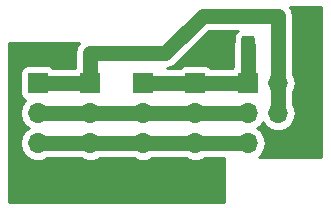
<source format=gbr>
G04 #@! TF.GenerationSoftware,KiCad,Pcbnew,5.0.2+dfsg1-1*
G04 #@! TF.CreationDate,2020-07-17T18:23:56-07:00*
G04 #@! TF.ProjectId,mawile,6d617769-6c65-42e6-9b69-6361645f7063,rev?*
G04 #@! TF.SameCoordinates,PX4c4db10PY99746c8*
G04 #@! TF.FileFunction,Copper,L1,Top*
G04 #@! TF.FilePolarity,Positive*
%FSLAX46Y46*%
G04 Gerber Fmt 4.6, Leading zero omitted, Abs format (unit mm)*
G04 Created by KiCad (PCBNEW 5.0.2+dfsg1-1) date Fri 17 Jul 2020 06:23:56 PM PDT*
%MOMM*%
%LPD*%
G01*
G04 APERTURE LIST*
G04 #@! TA.AperFunction,Conductor*
%ADD10C,0.100000*%
G04 #@! TD*
G04 #@! TA.AperFunction,SMDPad,CuDef*
%ADD11C,1.150000*%
G04 #@! TD*
G04 #@! TA.AperFunction,ComponentPad*
%ADD12R,1.700000X1.700000*%
G04 #@! TD*
G04 #@! TA.AperFunction,ComponentPad*
%ADD13O,1.700000X1.700000*%
G04 #@! TD*
G04 #@! TA.AperFunction,ViaPad*
%ADD14C,0.900000*%
G04 #@! TD*
G04 #@! TA.AperFunction,ViaPad*
%ADD15C,0.600000*%
G04 #@! TD*
G04 #@! TA.AperFunction,ViaPad*
%ADD16C,1.600000*%
G04 #@! TD*
G04 #@! TA.AperFunction,Conductor*
%ADD17C,1.270000*%
G04 #@! TD*
G04 #@! TA.AperFunction,Conductor*
%ADD18C,0.254000*%
G04 #@! TD*
G04 APERTURE END LIST*
D10*
G04 #@! TO.N,GNDD*
G04 #@! TO.C,C1*
G36*
X18628910Y14160798D02*
X18653135Y14157205D01*
X18676891Y14151254D01*
X18699949Y14143004D01*
X18722087Y14132533D01*
X18743093Y14119943D01*
X18762763Y14105355D01*
X18780908Y14088908D01*
X18797355Y14070763D01*
X18811943Y14051093D01*
X18824533Y14030087D01*
X18835004Y14007949D01*
X18843254Y13984891D01*
X18849205Y13961135D01*
X18852798Y13936910D01*
X18854000Y13912450D01*
X18854000Y13011550D01*
X18852798Y12987090D01*
X18849205Y12962865D01*
X18843254Y12939109D01*
X18835004Y12916051D01*
X18824533Y12893913D01*
X18811943Y12872907D01*
X18797355Y12853237D01*
X18780908Y12835092D01*
X18762763Y12818645D01*
X18743093Y12804057D01*
X18722087Y12791467D01*
X18699949Y12780996D01*
X18676891Y12772746D01*
X18653135Y12766795D01*
X18628910Y12763202D01*
X18604450Y12762000D01*
X17953550Y12762000D01*
X17929090Y12763202D01*
X17904865Y12766795D01*
X17881109Y12772746D01*
X17858051Y12780996D01*
X17835913Y12791467D01*
X17814907Y12804057D01*
X17795237Y12818645D01*
X17777092Y12835092D01*
X17760645Y12853237D01*
X17746057Y12872907D01*
X17733467Y12893913D01*
X17722996Y12916051D01*
X17714746Y12939109D01*
X17708795Y12962865D01*
X17705202Y12987090D01*
X17704000Y13011550D01*
X17704000Y13912450D01*
X17705202Y13936910D01*
X17708795Y13961135D01*
X17714746Y13984891D01*
X17722996Y14007949D01*
X17733467Y14030087D01*
X17746057Y14051093D01*
X17760645Y14070763D01*
X17777092Y14088908D01*
X17795237Y14105355D01*
X17814907Y14119943D01*
X17835913Y14132533D01*
X17858051Y14143004D01*
X17881109Y14151254D01*
X17904865Y14157205D01*
X17929090Y14160798D01*
X17953550Y14162000D01*
X18604450Y14162000D01*
X18628910Y14160798D01*
X18628910Y14160798D01*
G37*
D11*
G04 #@! TD*
G04 #@! TO.P,C1,2*
G04 #@! TO.N,GNDD*
X18279000Y13462000D03*
D10*
G04 #@! TO.N,+3V3*
G04 #@! TO.C,C1*
G36*
X20678505Y14160796D02*
X20702773Y14157196D01*
X20726572Y14151235D01*
X20749671Y14142970D01*
X20771850Y14132480D01*
X20792893Y14119868D01*
X20812599Y14105253D01*
X20830777Y14088777D01*
X20847253Y14070599D01*
X20861868Y14050893D01*
X20874480Y14029850D01*
X20884970Y14007671D01*
X20893235Y13984572D01*
X20899196Y13960773D01*
X20902796Y13936505D01*
X20904000Y13912001D01*
X20904000Y13011999D01*
X20902796Y12987495D01*
X20899196Y12963227D01*
X20893235Y12939428D01*
X20884970Y12916329D01*
X20874480Y12894150D01*
X20861868Y12873107D01*
X20847253Y12853401D01*
X20830777Y12835223D01*
X20812599Y12818747D01*
X20792893Y12804132D01*
X20771850Y12791520D01*
X20749671Y12781030D01*
X20726572Y12772765D01*
X20702773Y12766804D01*
X20678505Y12763204D01*
X20654001Y12762000D01*
X20003999Y12762000D01*
X19979495Y12763204D01*
X19955227Y12766804D01*
X19931428Y12772765D01*
X19908329Y12781030D01*
X19886150Y12791520D01*
X19865107Y12804132D01*
X19845401Y12818747D01*
X19827223Y12835223D01*
X19810747Y12853401D01*
X19796132Y12873107D01*
X19783520Y12894150D01*
X19773030Y12916329D01*
X19764765Y12939428D01*
X19758804Y12963227D01*
X19755204Y12987495D01*
X19754000Y13011999D01*
X19754000Y13912001D01*
X19755204Y13936505D01*
X19758804Y13960773D01*
X19764765Y13984572D01*
X19773030Y14007671D01*
X19783520Y14029850D01*
X19796132Y14050893D01*
X19810747Y14070599D01*
X19827223Y14088777D01*
X19845401Y14105253D01*
X19865107Y14119868D01*
X19886150Y14132480D01*
X19908329Y14142970D01*
X19931428Y14151235D01*
X19955227Y14157196D01*
X19979495Y14160796D01*
X20003999Y14162000D01*
X20654001Y14162000D01*
X20678505Y14160796D01*
X20678505Y14160796D01*
G37*
D11*
G04 #@! TD*
G04 #@! TO.P,C1,1*
G04 #@! TO.N,+3V3*
X20329000Y13462000D03*
D10*
G04 #@! TO.N,+5V*
G04 #@! TO.C,C2*
G36*
X23200505Y14160796D02*
X23224773Y14157196D01*
X23248572Y14151235D01*
X23271671Y14142970D01*
X23293850Y14132480D01*
X23314893Y14119868D01*
X23334599Y14105253D01*
X23352777Y14088777D01*
X23369253Y14070599D01*
X23383868Y14050893D01*
X23396480Y14029850D01*
X23406970Y14007671D01*
X23415235Y13984572D01*
X23421196Y13960773D01*
X23424796Y13936505D01*
X23426000Y13912001D01*
X23426000Y13011999D01*
X23424796Y12987495D01*
X23421196Y12963227D01*
X23415235Y12939428D01*
X23406970Y12916329D01*
X23396480Y12894150D01*
X23383868Y12873107D01*
X23369253Y12853401D01*
X23352777Y12835223D01*
X23334599Y12818747D01*
X23314893Y12804132D01*
X23293850Y12791520D01*
X23271671Y12781030D01*
X23248572Y12772765D01*
X23224773Y12766804D01*
X23200505Y12763204D01*
X23176001Y12762000D01*
X22525999Y12762000D01*
X22501495Y12763204D01*
X22477227Y12766804D01*
X22453428Y12772765D01*
X22430329Y12781030D01*
X22408150Y12791520D01*
X22387107Y12804132D01*
X22367401Y12818747D01*
X22349223Y12835223D01*
X22332747Y12853401D01*
X22318132Y12873107D01*
X22305520Y12894150D01*
X22295030Y12916329D01*
X22286765Y12939428D01*
X22280804Y12963227D01*
X22277204Y12987495D01*
X22276000Y13011999D01*
X22276000Y13912001D01*
X22277204Y13936505D01*
X22280804Y13960773D01*
X22286765Y13984572D01*
X22295030Y14007671D01*
X22305520Y14029850D01*
X22318132Y14050893D01*
X22332747Y14070599D01*
X22349223Y14088777D01*
X22367401Y14105253D01*
X22387107Y14119868D01*
X22408150Y14132480D01*
X22430329Y14142970D01*
X22453428Y14151235D01*
X22477227Y14157196D01*
X22501495Y14160796D01*
X22525999Y14162000D01*
X23176001Y14162000D01*
X23200505Y14160796D01*
X23200505Y14160796D01*
G37*
D11*
G04 #@! TD*
G04 #@! TO.P,C2,1*
G04 #@! TO.N,+5V*
X22851000Y13462000D03*
D10*
G04 #@! TO.N,GNDD*
G04 #@! TO.C,C2*
G36*
X25250910Y14160798D02*
X25275135Y14157205D01*
X25298891Y14151254D01*
X25321949Y14143004D01*
X25344087Y14132533D01*
X25365093Y14119943D01*
X25384763Y14105355D01*
X25402908Y14088908D01*
X25419355Y14070763D01*
X25433943Y14051093D01*
X25446533Y14030087D01*
X25457004Y14007949D01*
X25465254Y13984891D01*
X25471205Y13961135D01*
X25474798Y13936910D01*
X25476000Y13912450D01*
X25476000Y13011550D01*
X25474798Y12987090D01*
X25471205Y12962865D01*
X25465254Y12939109D01*
X25457004Y12916051D01*
X25446533Y12893913D01*
X25433943Y12872907D01*
X25419355Y12853237D01*
X25402908Y12835092D01*
X25384763Y12818645D01*
X25365093Y12804057D01*
X25344087Y12791467D01*
X25321949Y12780996D01*
X25298891Y12772746D01*
X25275135Y12766795D01*
X25250910Y12763202D01*
X25226450Y12762000D01*
X24575550Y12762000D01*
X24551090Y12763202D01*
X24526865Y12766795D01*
X24503109Y12772746D01*
X24480051Y12780996D01*
X24457913Y12791467D01*
X24436907Y12804057D01*
X24417237Y12818645D01*
X24399092Y12835092D01*
X24382645Y12853237D01*
X24368057Y12872907D01*
X24355467Y12893913D01*
X24344996Y12916051D01*
X24336746Y12939109D01*
X24330795Y12962865D01*
X24327202Y12987090D01*
X24326000Y13011550D01*
X24326000Y13912450D01*
X24327202Y13936910D01*
X24330795Y13961135D01*
X24336746Y13984891D01*
X24344996Y14007949D01*
X24355467Y14030087D01*
X24368057Y14051093D01*
X24382645Y14070763D01*
X24399092Y14088908D01*
X24417237Y14105355D01*
X24436907Y14119943D01*
X24457913Y14132533D01*
X24480051Y14143004D01*
X24503109Y14151254D01*
X24526865Y14157205D01*
X24551090Y14160798D01*
X24575550Y14162000D01*
X25226450Y14162000D01*
X25250910Y14160798D01*
X25250910Y14160798D01*
G37*
D11*
G04 #@! TD*
G04 #@! TO.P,C2,2*
G04 #@! TO.N,GNDD*
X24901000Y13462000D03*
D12*
G04 #@! TO.P,J1,1*
G04 #@! TO.N,+3V3*
X20320000Y10160000D03*
D13*
G04 #@! TO.P,J1,2*
G04 #@! TO.N,+5V*
X22860000Y10160000D03*
G04 #@! TO.P,J1,3*
G04 #@! TO.N,/SDA_Pi*
X20320000Y7620000D03*
G04 #@! TO.P,J1,4*
G04 #@! TO.N,+5V*
X22860000Y7620000D03*
G04 #@! TO.P,J1,5*
G04 #@! TO.N,/SCL_Pi*
X20320000Y5080000D03*
G04 #@! TO.P,J1,6*
G04 #@! TO.N,GNDD*
X22860000Y5080000D03*
G04 #@! TD*
D12*
G04 #@! TO.P,J2,1*
G04 #@! TO.N,+3V3*
X15875000Y10160000D03*
D13*
G04 #@! TO.P,J2,2*
G04 #@! TO.N,/SDA_Pi*
X15875000Y7620000D03*
G04 #@! TO.P,J2,3*
G04 #@! TO.N,/SCL_Pi*
X15875000Y5080000D03*
G04 #@! TO.P,J2,4*
G04 #@! TO.N,GNDD*
X15875000Y2540000D03*
G04 #@! TD*
G04 #@! TO.P,J3,4*
G04 #@! TO.N,GNDD*
X11430000Y2540000D03*
G04 #@! TO.P,J3,3*
G04 #@! TO.N,/SCL_Pi*
X11430000Y5080000D03*
G04 #@! TO.P,J3,2*
G04 #@! TO.N,/SDA_Pi*
X11430000Y7620000D03*
D12*
G04 #@! TO.P,J3,1*
G04 #@! TO.N,+3V3*
X11430000Y10160000D03*
G04 #@! TD*
G04 #@! TO.P,J4,1*
G04 #@! TO.N,+5V*
X6985000Y10160000D03*
D13*
G04 #@! TO.P,J4,2*
G04 #@! TO.N,/SDA_Pi*
X6985000Y7620000D03*
G04 #@! TO.P,J4,3*
G04 #@! TO.N,/SCL_Pi*
X6985000Y5080000D03*
G04 #@! TO.P,J4,4*
G04 #@! TO.N,GNDD*
X6985000Y2540000D03*
G04 #@! TD*
G04 #@! TO.P,J5,4*
G04 #@! TO.N,GNDD*
X2540000Y2540000D03*
G04 #@! TO.P,J5,3*
G04 #@! TO.N,/SCL_Pi*
X2540000Y5080000D03*
G04 #@! TO.P,J5,2*
G04 #@! TO.N,/SDA_Pi*
X2540000Y7620000D03*
D12*
G04 #@! TO.P,J5,1*
G04 #@! TO.N,+5V*
X2540000Y10160000D03*
G04 #@! TD*
D14*
G04 #@! TO.N,GNDD*
X25654000Y7620000D03*
D15*
X25654000Y10160000D03*
D16*
X25654000Y5080000D03*
D15*
X18279000Y13462000D03*
X25654000Y13462000D03*
X1270000Y12700000D03*
G04 #@! TD*
D17*
G04 #@! TO.N,+3V3*
X20320000Y10160000D02*
X15875000Y10160000D01*
X11430000Y10160000D02*
X15875000Y10160000D01*
X20320000Y10160000D02*
X20320000Y13335000D01*
G04 #@! TO.N,+5V*
X22860000Y7620000D02*
X22860000Y10160000D01*
X6985000Y10160000D02*
X2540000Y10160000D01*
X6985000Y12700000D02*
X6985000Y10160000D01*
X13335000Y12700000D02*
X6985000Y12700000D01*
X22860000Y10160000D02*
X22860000Y15875000D01*
X16510000Y15875000D02*
X13335000Y12700000D01*
X22860000Y15875000D02*
X16510000Y15875000D01*
G04 #@! TO.N,/SDA_Pi*
X20320000Y7620000D02*
X15875000Y7620000D01*
X15875000Y7620000D02*
X6985000Y7620000D01*
X6985000Y7620000D02*
X2540000Y7620000D01*
G04 #@! TO.N,/SCL_Pi*
X2540000Y5080000D02*
X20320000Y5080000D01*
G04 #@! TD*
D18*
G04 #@! TO.N,GNDD*
G36*
X5788687Y13195529D02*
X5690120Y12700000D01*
X5715000Y12574920D01*
X5715000Y11493073D01*
X5677191Y11467809D01*
X5651928Y11430000D01*
X3873072Y11430000D01*
X3847809Y11467809D01*
X3637765Y11608157D01*
X3390000Y11657440D01*
X1690000Y11657440D01*
X1442235Y11608157D01*
X1232191Y11467809D01*
X1091843Y11257765D01*
X1042560Y11010000D01*
X1042560Y9310000D01*
X1091843Y9062235D01*
X1232191Y8852191D01*
X1442235Y8711843D01*
X1487619Y8702816D01*
X1469375Y8690625D01*
X1141161Y8199418D01*
X1025908Y7620000D01*
X1141161Y7040582D01*
X1469375Y6549375D01*
X1767761Y6350000D01*
X1469375Y6150625D01*
X1141161Y5659418D01*
X1025908Y5080000D01*
X1141161Y4500582D01*
X1469375Y4009375D01*
X1960582Y3681161D01*
X2393744Y3595000D01*
X2686256Y3595000D01*
X3119418Y3681161D01*
X3312239Y3810000D01*
X6212761Y3810000D01*
X6405582Y3681161D01*
X6838744Y3595000D01*
X7131256Y3595000D01*
X7564418Y3681161D01*
X7757239Y3810000D01*
X10657761Y3810000D01*
X10850582Y3681161D01*
X11283744Y3595000D01*
X11576256Y3595000D01*
X12009418Y3681161D01*
X12202239Y3810000D01*
X15102761Y3810000D01*
X15295582Y3681161D01*
X15728744Y3595000D01*
X16021256Y3595000D01*
X16454418Y3681161D01*
X16647239Y3810000D01*
X18288000Y3810000D01*
X18288000Y127000D01*
X127000Y127000D01*
X127000Y13589000D01*
X6051596Y13589000D01*
X5788687Y13195529D01*
X5788687Y13195529D01*
G37*
X5788687Y13195529D02*
X5690120Y12700000D01*
X5715000Y12574920D01*
X5715000Y11493073D01*
X5677191Y11467809D01*
X5651928Y11430000D01*
X3873072Y11430000D01*
X3847809Y11467809D01*
X3637765Y11608157D01*
X3390000Y11657440D01*
X1690000Y11657440D01*
X1442235Y11608157D01*
X1232191Y11467809D01*
X1091843Y11257765D01*
X1042560Y11010000D01*
X1042560Y9310000D01*
X1091843Y9062235D01*
X1232191Y8852191D01*
X1442235Y8711843D01*
X1487619Y8702816D01*
X1469375Y8690625D01*
X1141161Y8199418D01*
X1025908Y7620000D01*
X1141161Y7040582D01*
X1469375Y6549375D01*
X1767761Y6350000D01*
X1469375Y6150625D01*
X1141161Y5659418D01*
X1025908Y5080000D01*
X1141161Y4500582D01*
X1469375Y4009375D01*
X1960582Y3681161D01*
X2393744Y3595000D01*
X2686256Y3595000D01*
X3119418Y3681161D01*
X3312239Y3810000D01*
X6212761Y3810000D01*
X6405582Y3681161D01*
X6838744Y3595000D01*
X7131256Y3595000D01*
X7564418Y3681161D01*
X7757239Y3810000D01*
X10657761Y3810000D01*
X10850582Y3681161D01*
X11283744Y3595000D01*
X11576256Y3595000D01*
X12009418Y3681161D01*
X12202239Y3810000D01*
X15102761Y3810000D01*
X15295582Y3681161D01*
X15728744Y3595000D01*
X16021256Y3595000D01*
X16454418Y3681161D01*
X16647239Y3810000D01*
X18288000Y3810000D01*
X18288000Y127000D01*
X127000Y127000D01*
X127000Y13589000D01*
X6051596Y13589000D01*
X5788687Y13195529D01*
G36*
X26543000Y3937000D02*
X21282308Y3937000D01*
X21390625Y4009375D01*
X21718839Y4500582D01*
X21834092Y5080000D01*
X21718839Y5659418D01*
X21390625Y6150625D01*
X21092239Y6350000D01*
X21390625Y6549375D01*
X21590000Y6847761D01*
X21789375Y6549375D01*
X22280582Y6221161D01*
X22713744Y6135000D01*
X23006256Y6135000D01*
X23439418Y6221161D01*
X23930625Y6549375D01*
X24258839Y7040582D01*
X24374092Y7620000D01*
X24258839Y8199418D01*
X24130000Y8392239D01*
X24130000Y9387761D01*
X24258839Y9580582D01*
X24374092Y10160000D01*
X24258839Y10739418D01*
X24130000Y10932239D01*
X24130000Y15749920D01*
X24154880Y15875000D01*
X24056313Y16370529D01*
X23878262Y16637000D01*
X26543000Y16637000D01*
X26543000Y3937000D01*
X26543000Y3937000D01*
G37*
X26543000Y3937000D02*
X21282308Y3937000D01*
X21390625Y4009375D01*
X21718839Y4500582D01*
X21834092Y5080000D01*
X21718839Y5659418D01*
X21390625Y6150625D01*
X21092239Y6350000D01*
X21390625Y6549375D01*
X21590000Y6847761D01*
X21789375Y6549375D01*
X22280582Y6221161D01*
X22713744Y6135000D01*
X23006256Y6135000D01*
X23439418Y6221161D01*
X23930625Y6549375D01*
X24258839Y7040582D01*
X24374092Y7620000D01*
X24258839Y8199418D01*
X24130000Y8392239D01*
X24130000Y9387761D01*
X24258839Y9580582D01*
X24374092Y10160000D01*
X24258839Y10739418D01*
X24130000Y10932239D01*
X24130000Y15749920D01*
X24154880Y15875000D01*
X24056313Y16370529D01*
X23878262Y16637000D01*
X26543000Y16637000D01*
X26543000Y3937000D01*
G36*
X19369414Y14546586D02*
X19174873Y14255436D01*
X19106560Y13912001D01*
X19106560Y13744421D01*
X19050001Y13460080D01*
X19050000Y11493073D01*
X19012191Y11467809D01*
X18986928Y11430000D01*
X17208072Y11430000D01*
X17182809Y11467809D01*
X16972765Y11608157D01*
X16725000Y11657440D01*
X15025000Y11657440D01*
X14777235Y11608157D01*
X14567191Y11467809D01*
X14541928Y11430000D01*
X13460080Y11430000D01*
X13830529Y11503687D01*
X14250618Y11784382D01*
X14321471Y11890421D01*
X17036051Y14605000D01*
X19456836Y14605000D01*
X19369414Y14546586D01*
X19369414Y14546586D01*
G37*
X19369414Y14546586D02*
X19174873Y14255436D01*
X19106560Y13912001D01*
X19106560Y13744421D01*
X19050001Y13460080D01*
X19050000Y11493073D01*
X19012191Y11467809D01*
X18986928Y11430000D01*
X17208072Y11430000D01*
X17182809Y11467809D01*
X16972765Y11608157D01*
X16725000Y11657440D01*
X15025000Y11657440D01*
X14777235Y11608157D01*
X14567191Y11467809D01*
X14541928Y11430000D01*
X13460080Y11430000D01*
X13830529Y11503687D01*
X14250618Y11784382D01*
X14321471Y11890421D01*
X17036051Y14605000D01*
X19456836Y14605000D01*
X19369414Y14546586D01*
G04 #@! TD*
M02*

</source>
